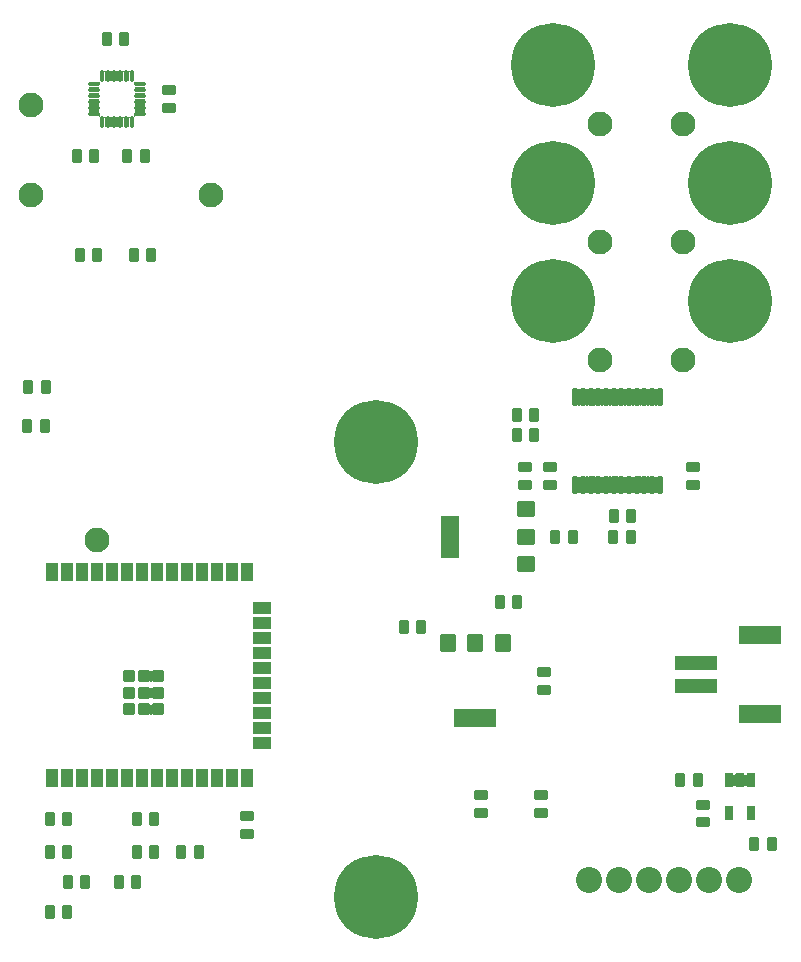
<source format=gbr>
G04 #@! TF.GenerationSoftware,KiCad,Pcbnew,(6.0.9-0)*
G04 #@! TF.CreationDate,2024-06-23T22:48:43+01:00*
G04 #@! TF.ProjectId,BalanceBoard,42616c61-6e63-4654-926f-6172642e6b69,rev?*
G04 #@! TF.SameCoordinates,Original*
G04 #@! TF.FileFunction,Soldermask,Top*
G04 #@! TF.FilePolarity,Negative*
%FSLAX46Y46*%
G04 Gerber Fmt 4.6, Leading zero omitted, Abs format (unit mm)*
G04 Created by KiCad (PCBNEW (6.0.9-0)) date 2024-06-23 22:48:43*
%MOMM*%
%LPD*%
G01*
G04 APERTURE LIST*
G04 Aperture macros list*
%AMRoundRect*
0 Rectangle with rounded corners*
0 $1 Rounding radius*
0 $2 $3 $4 $5 $6 $7 $8 $9 X,Y pos of 4 corners*
0 Add a 4 corners polygon primitive as box body*
4,1,4,$2,$3,$4,$5,$6,$7,$8,$9,$2,$3,0*
0 Add four circle primitives for the rounded corners*
1,1,$1+$1,$2,$3*
1,1,$1+$1,$4,$5*
1,1,$1+$1,$6,$7*
1,1,$1+$1,$8,$9*
0 Add four rect primitives between the rounded corners*
20,1,$1+$1,$2,$3,$4,$5,0*
20,1,$1+$1,$4,$5,$6,$7,0*
20,1,$1+$1,$6,$7,$8,$9,0*
20,1,$1+$1,$8,$9,$2,$3,0*%
G04 Aperture macros list end*
%ADD10C,7.102000*%
%ADD11RoundRect,0.051000X0.350000X0.500000X-0.350000X0.500000X-0.350000X-0.500000X0.350000X-0.500000X0*%
%ADD12C,2.102000*%
%ADD13RoundRect,0.051000X-0.200000X0.700000X-0.200000X-0.700000X0.200000X-0.700000X0.200000X0.700000X0*%
%ADD14RoundRect,0.051000X0.500000X-0.350000X0.500000X0.350000X-0.500000X0.350000X-0.500000X-0.350000X0*%
%ADD15RoundRect,0.051000X-0.500000X0.350000X-0.500000X-0.350000X0.500000X-0.350000X0.500000X0.350000X0*%
%ADD16RoundRect,0.051000X0.450000X-0.750000X0.450000X0.750000X-0.450000X0.750000X-0.450000X-0.750000X0*%
%ADD17RoundRect,0.051000X0.750000X0.450000X-0.750000X0.450000X-0.750000X-0.450000X0.750000X-0.450000X0*%
%ADD18RoundRect,0.051000X-0.450000X0.750000X-0.450000X-0.750000X0.450000X-0.750000X0.450000X0.750000X0*%
%ADD19RoundRect,0.051000X0.450000X0.450000X-0.450000X0.450000X-0.450000X-0.450000X0.450000X-0.450000X0*%
%ADD20RoundRect,0.051000X-0.300000X-0.550000X0.300000X-0.550000X0.300000X0.550000X-0.300000X0.550000X0*%
%ADD21RoundRect,0.051000X0.600000X0.700000X-0.600000X0.700000X-0.600000X-0.700000X0.600000X-0.700000X0*%
%ADD22RoundRect,0.051000X1.750000X0.700000X-1.750000X0.700000X-1.750000X-0.700000X1.750000X-0.700000X0*%
%ADD23RoundRect,0.051000X-1.750000X0.500000X-1.750000X-0.500000X1.750000X-0.500000X1.750000X0.500000X0*%
%ADD24RoundRect,0.051000X-1.750000X0.700000X-1.750000X-0.700000X1.750000X-0.700000X1.750000X0.700000X0*%
%ADD25RoundRect,0.051000X-0.350000X-0.500000X0.350000X-0.500000X0.350000X0.500000X-0.350000X0.500000X0*%
%ADD26RoundRect,0.126000X-0.350000X-0.075000X0.350000X-0.075000X0.350000X0.075000X-0.350000X0.075000X0*%
%ADD27RoundRect,0.126000X0.075000X-0.350000X0.075000X0.350000X-0.075000X0.350000X-0.075000X-0.350000X0*%
%ADD28RoundRect,0.051000X0.700000X-0.600000X0.700000X0.600000X-0.700000X0.600000X-0.700000X-0.600000X0*%
%ADD29RoundRect,0.051000X0.700000X-1.750000X0.700000X1.750000X-0.700000X1.750000X-0.700000X-1.750000X0*%
%ADD30C,2.202000*%
G04 APERTURE END LIST*
D10*
X85090000Y-86976000D03*
X85090000Y-125476000D03*
D11*
X112318800Y-115570000D03*
X110818800Y-115570000D03*
D12*
X55880000Y-58420000D03*
D11*
X88900000Y-102616000D03*
X87400000Y-102616000D03*
X101701600Y-94945200D03*
X100201600Y-94945200D03*
D13*
X109060123Y-83168000D03*
X108410123Y-83168000D03*
X107760123Y-83168000D03*
X107110123Y-83168000D03*
X106460123Y-83168000D03*
X105810123Y-83168000D03*
X105160123Y-83168000D03*
X104510123Y-83168000D03*
X103860123Y-83168000D03*
X103210123Y-83168000D03*
X102560123Y-83168000D03*
X101910123Y-83168000D03*
X101910123Y-90568000D03*
X102560123Y-90568000D03*
X103210123Y-90568000D03*
X103860123Y-90568000D03*
X104510123Y-90568000D03*
X105160123Y-90568000D03*
X105810123Y-90568000D03*
X106460123Y-90568000D03*
X107110123Y-90568000D03*
X107760123Y-90568000D03*
X108410123Y-90568000D03*
X109060123Y-90568000D03*
D11*
X57099200Y-82296000D03*
X55599200Y-82296000D03*
X61214000Y-62738000D03*
X59714000Y-62738000D03*
D10*
X115000000Y-65000000D03*
D14*
X97688400Y-90576400D03*
X97688400Y-89076400D03*
D12*
X61468000Y-95250000D03*
X104000000Y-60000000D03*
X55880000Y-66040000D03*
D11*
X106680000Y-93218000D03*
X105180000Y-93218000D03*
X58928000Y-118872000D03*
X57428000Y-118872000D03*
X97028000Y-100482400D03*
X95528000Y-100482400D03*
D15*
X99060000Y-116840000D03*
X99060000Y-118340000D03*
D14*
X111912400Y-90576400D03*
X111912400Y-89076400D03*
D12*
X111000000Y-60000000D03*
D11*
X58928000Y-121666000D03*
X57428000Y-121666000D03*
D12*
X111000000Y-70000000D03*
D16*
X57658000Y-115430000D03*
X58928000Y-115430000D03*
X60198000Y-115430000D03*
X61468000Y-115430000D03*
X62738000Y-115430000D03*
X64008000Y-115430000D03*
X65278000Y-115430000D03*
X66548000Y-115430000D03*
X67818000Y-115430000D03*
X69088000Y-115430000D03*
X70358000Y-115430000D03*
X71628000Y-115430000D03*
X72898000Y-115430000D03*
X74168000Y-115430000D03*
D17*
X75418000Y-112390000D03*
X75418000Y-111120000D03*
X75418000Y-109850000D03*
X75418000Y-108580000D03*
X75418000Y-107310000D03*
X75418000Y-106040000D03*
X75418000Y-104770000D03*
X75418000Y-103500000D03*
X75418000Y-102230000D03*
X75418000Y-100960000D03*
D18*
X74168000Y-97930000D03*
X72898000Y-97930000D03*
X71628000Y-97930000D03*
X70358000Y-97930000D03*
X69088000Y-97930000D03*
X67818000Y-97930000D03*
X66548000Y-97930000D03*
X65278000Y-97930000D03*
X64008000Y-97930000D03*
X62738000Y-97930000D03*
X61468000Y-97930000D03*
X60198000Y-97930000D03*
X58928000Y-97930000D03*
X57658000Y-97930000D03*
D19*
X66583000Y-108180000D03*
X64108000Y-106780000D03*
X64108000Y-109580000D03*
X65378000Y-108180000D03*
X65378000Y-106780000D03*
X66583000Y-106780000D03*
X65378000Y-109580000D03*
X64108000Y-108180000D03*
X66583000Y-109580000D03*
D14*
X99771200Y-90576400D03*
X99771200Y-89076400D03*
D12*
X71120000Y-66040000D03*
D11*
X63754000Y-52832000D03*
X62254000Y-52832000D03*
X66294000Y-121666000D03*
X64794000Y-121666000D03*
D14*
X112776000Y-119152800D03*
X112776000Y-117652800D03*
D11*
X118567200Y-120954800D03*
X117067200Y-120954800D03*
D15*
X93980000Y-116840000D03*
X93980000Y-118340000D03*
D11*
X98450400Y-84632800D03*
X96950400Y-84632800D03*
D20*
X116809600Y-115570000D03*
X115859600Y-115570000D03*
X114909600Y-115570000D03*
X114909600Y-118370000D03*
X116809600Y-118370000D03*
D12*
X104000000Y-70000000D03*
D10*
X115000000Y-55000000D03*
D11*
X70080000Y-121666000D03*
X68580000Y-121666000D03*
D21*
X95772000Y-103937600D03*
X93472000Y-103937600D03*
X91172000Y-103937600D03*
D22*
X93472000Y-110337600D03*
D11*
X58928000Y-126746000D03*
X57428000Y-126746000D03*
D23*
X112102000Y-107632000D03*
X112102000Y-105632000D03*
D24*
X117602000Y-103282000D03*
X117602000Y-109982000D03*
D25*
X59968000Y-71120000D03*
X61468000Y-71120000D03*
D15*
X74168000Y-118618000D03*
X74168000Y-120118000D03*
D11*
X98450400Y-86309200D03*
X96950400Y-86309200D03*
D25*
X63270000Y-124206000D03*
X64770000Y-124206000D03*
D11*
X66294000Y-118872000D03*
X64794000Y-118872000D03*
D12*
X104000000Y-80000000D03*
D11*
X106656000Y-94996000D03*
X105156000Y-94996000D03*
D26*
X61169000Y-56662000D03*
X61169000Y-57162000D03*
X61169000Y-57662000D03*
X61169000Y-58162000D03*
X61169000Y-58662000D03*
X61169000Y-59162000D03*
D27*
X61869000Y-59862000D03*
X62369000Y-59862000D03*
X62869000Y-59862000D03*
X63369000Y-59862000D03*
X63869000Y-59862000D03*
X64369000Y-59862000D03*
D26*
X65069000Y-59162000D03*
X65069000Y-58662000D03*
X65069000Y-58162000D03*
X65069000Y-57662000D03*
X65069000Y-57162000D03*
X65069000Y-56662000D03*
D27*
X64369000Y-55962000D03*
X63869000Y-55962000D03*
X63369000Y-55962000D03*
X62869000Y-55962000D03*
X62369000Y-55962000D03*
X61869000Y-55962000D03*
D10*
X100000000Y-75000000D03*
D14*
X67564000Y-58674000D03*
X67564000Y-57174000D03*
D11*
X60440000Y-124206000D03*
X58940000Y-124206000D03*
D12*
X111000000Y-80000000D03*
D25*
X64540000Y-71120000D03*
X66040000Y-71120000D03*
D10*
X115000000Y-75000000D03*
D28*
X97738800Y-97245200D03*
X97738800Y-94945200D03*
X97738800Y-92645200D03*
D29*
X91338800Y-94945200D03*
D25*
X64008000Y-62763400D03*
X65508000Y-62763400D03*
D10*
X100000000Y-55000000D03*
D30*
X103124000Y-124002800D03*
X105664000Y-124002800D03*
X108204000Y-124002800D03*
X110744000Y-124002800D03*
X113284000Y-124002800D03*
X115824000Y-124002800D03*
D15*
X99263200Y-106426000D03*
X99263200Y-107926000D03*
D10*
X100000000Y-65000000D03*
D25*
X55524400Y-85547200D03*
X57024400Y-85547200D03*
G36*
X115509919Y-115030806D02*
G01*
X115510600Y-115032310D01*
X115510600Y-116107682D01*
X115509600Y-116109414D01*
X115507600Y-116109414D01*
X115506638Y-116108072D01*
X115505293Y-116101307D01*
X115473054Y-116039674D01*
X115412870Y-116005400D01*
X115343713Y-116009106D01*
X115287488Y-116049647D01*
X115263921Y-116101250D01*
X115262562Y-116108080D01*
X115261243Y-116109584D01*
X115259281Y-116109194D01*
X115258600Y-116107690D01*
X115258600Y-115032318D01*
X115259600Y-115030586D01*
X115261600Y-115030586D01*
X115262562Y-115031928D01*
X115263907Y-115038693D01*
X115296146Y-115100326D01*
X115356330Y-115134600D01*
X115425487Y-115130894D01*
X115481712Y-115090353D01*
X115505279Y-115038750D01*
X115506638Y-115031920D01*
X115507957Y-115030416D01*
X115509919Y-115030806D01*
G37*
G36*
X116459919Y-115030806D02*
G01*
X116460600Y-115032310D01*
X116460600Y-116107682D01*
X116459600Y-116109414D01*
X116457600Y-116109414D01*
X116456638Y-116108072D01*
X116455293Y-116101307D01*
X116423054Y-116039674D01*
X116362870Y-116005400D01*
X116293713Y-116009106D01*
X116237488Y-116049647D01*
X116213921Y-116101250D01*
X116212562Y-116108080D01*
X116211243Y-116109584D01*
X116209281Y-116109194D01*
X116208600Y-116107690D01*
X116208600Y-115032318D01*
X116209600Y-115030586D01*
X116211600Y-115030586D01*
X116212562Y-115031928D01*
X116213907Y-115038693D01*
X116246146Y-115100326D01*
X116306330Y-115134600D01*
X116375487Y-115130894D01*
X116431712Y-115090353D01*
X116455279Y-115038750D01*
X116456638Y-115031920D01*
X116457957Y-115030416D01*
X116459919Y-115030806D01*
G37*
G36*
X66086452Y-109115754D02*
G01*
X66086620Y-109117028D01*
X66084000Y-109130199D01*
X66084000Y-110029801D01*
X66086620Y-110042972D01*
X66085977Y-110044866D01*
X66084015Y-110045256D01*
X66082995Y-110044474D01*
X66082929Y-110044375D01*
X66029554Y-109999770D01*
X65960838Y-109991139D01*
X65898208Y-110021104D01*
X65878165Y-110044235D01*
X65878005Y-110044474D01*
X65876211Y-110045358D01*
X65874548Y-110044246D01*
X65874380Y-110042972D01*
X65877000Y-110029801D01*
X65877000Y-109130199D01*
X65874380Y-109117028D01*
X65875023Y-109115134D01*
X65876985Y-109114744D01*
X65878005Y-109115526D01*
X65878071Y-109115625D01*
X65931446Y-109160230D01*
X66000162Y-109168861D01*
X66062792Y-109138896D01*
X66082835Y-109115765D01*
X66082995Y-109115526D01*
X66084789Y-109114642D01*
X66086452Y-109115754D01*
G37*
G36*
X66086452Y-107715754D02*
G01*
X66086620Y-107717028D01*
X66084000Y-107730199D01*
X66084000Y-108629801D01*
X66086620Y-108642972D01*
X66085977Y-108644866D01*
X66084015Y-108645256D01*
X66082995Y-108644474D01*
X66082929Y-108644375D01*
X66029554Y-108599770D01*
X65960838Y-108591139D01*
X65898208Y-108621104D01*
X65878165Y-108644235D01*
X65878005Y-108644474D01*
X65876211Y-108645358D01*
X65874548Y-108644246D01*
X65874380Y-108642972D01*
X65877000Y-108629801D01*
X65877000Y-107730199D01*
X65874380Y-107717028D01*
X65875023Y-107715134D01*
X65876985Y-107714744D01*
X65878005Y-107715526D01*
X65878071Y-107715625D01*
X65931446Y-107760230D01*
X66000162Y-107768861D01*
X66062792Y-107738896D01*
X66082835Y-107715765D01*
X66082995Y-107715526D01*
X66084789Y-107714642D01*
X66086452Y-107715754D01*
G37*
G36*
X66086452Y-106315754D02*
G01*
X66086620Y-106317028D01*
X66084000Y-106330199D01*
X66084000Y-107229801D01*
X66086620Y-107242972D01*
X66085977Y-107244866D01*
X66084015Y-107245256D01*
X66082995Y-107244474D01*
X66082929Y-107244375D01*
X66029554Y-107199770D01*
X65960838Y-107191139D01*
X65898208Y-107221104D01*
X65878165Y-107244235D01*
X65878005Y-107244474D01*
X65876211Y-107245358D01*
X65874548Y-107244246D01*
X65874380Y-107242972D01*
X65877000Y-107229801D01*
X65877000Y-106330199D01*
X65874380Y-106317028D01*
X65875023Y-106315134D01*
X65876985Y-106314744D01*
X65878005Y-106315526D01*
X65878071Y-106315625D01*
X65931446Y-106360230D01*
X66000162Y-106368861D01*
X66062792Y-106338896D01*
X66082835Y-106315765D01*
X66082995Y-106315526D01*
X66084789Y-106314642D01*
X66086452Y-106315754D01*
G37*
G36*
X108650783Y-89835493D02*
G01*
X108664575Y-89844709D01*
X108665738Y-89842969D01*
X108667532Y-89842084D01*
X108668683Y-89842545D01*
X108686075Y-89857078D01*
X108754793Y-89865704D01*
X108802411Y-89842918D01*
X108804405Y-89843072D01*
X108804937Y-89843611D01*
X108805671Y-89844709D01*
X108819463Y-89835493D01*
X108821459Y-89835362D01*
X108822570Y-89837025D01*
X108822237Y-89838267D01*
X108814890Y-89849262D01*
X108811123Y-89868199D01*
X108811123Y-91267801D01*
X108814890Y-91286738D01*
X108822237Y-91297733D01*
X108822368Y-91299729D01*
X108820705Y-91300840D01*
X108819463Y-91300507D01*
X108805671Y-91291291D01*
X108804508Y-91293031D01*
X108802714Y-91293916D01*
X108801563Y-91293455D01*
X108784171Y-91278922D01*
X108715453Y-91270296D01*
X108667835Y-91293082D01*
X108665841Y-91292928D01*
X108665309Y-91292389D01*
X108664575Y-91291291D01*
X108650783Y-91300507D01*
X108648787Y-91300638D01*
X108647676Y-91298975D01*
X108648009Y-91297733D01*
X108655356Y-91286738D01*
X108659123Y-91267801D01*
X108659123Y-89868199D01*
X108655356Y-89849262D01*
X108648009Y-89838267D01*
X108647878Y-89836271D01*
X108649541Y-89835160D01*
X108650783Y-89835493D01*
G37*
G36*
X108000783Y-89835493D02*
G01*
X108014575Y-89844709D01*
X108015738Y-89842969D01*
X108017532Y-89842084D01*
X108018683Y-89842545D01*
X108036075Y-89857078D01*
X108104793Y-89865704D01*
X108152411Y-89842918D01*
X108154405Y-89843072D01*
X108154937Y-89843611D01*
X108155671Y-89844709D01*
X108169463Y-89835493D01*
X108171459Y-89835362D01*
X108172570Y-89837025D01*
X108172237Y-89838267D01*
X108164890Y-89849262D01*
X108161123Y-89868199D01*
X108161123Y-91267801D01*
X108164890Y-91286738D01*
X108172237Y-91297733D01*
X108172368Y-91299729D01*
X108170705Y-91300840D01*
X108169463Y-91300507D01*
X108155671Y-91291291D01*
X108154508Y-91293031D01*
X108152714Y-91293916D01*
X108151563Y-91293455D01*
X108134171Y-91278922D01*
X108065453Y-91270296D01*
X108017835Y-91293082D01*
X108015841Y-91292928D01*
X108015309Y-91292389D01*
X108014575Y-91291291D01*
X108000783Y-91300507D01*
X107998787Y-91300638D01*
X107997676Y-91298975D01*
X107998009Y-91297733D01*
X108005356Y-91286738D01*
X108009123Y-91267801D01*
X108009123Y-89868199D01*
X108005356Y-89849262D01*
X107998009Y-89838267D01*
X107997878Y-89836271D01*
X107999541Y-89835160D01*
X108000783Y-89835493D01*
G37*
G36*
X102800783Y-89835493D02*
G01*
X102814575Y-89844709D01*
X102815738Y-89842969D01*
X102817532Y-89842084D01*
X102818683Y-89842545D01*
X102836075Y-89857078D01*
X102904793Y-89865704D01*
X102952411Y-89842918D01*
X102954405Y-89843072D01*
X102954937Y-89843611D01*
X102955671Y-89844709D01*
X102969463Y-89835493D01*
X102971459Y-89835362D01*
X102972570Y-89837025D01*
X102972237Y-89838267D01*
X102964890Y-89849262D01*
X102961123Y-89868199D01*
X102961123Y-91267801D01*
X102964890Y-91286738D01*
X102972237Y-91297733D01*
X102972368Y-91299729D01*
X102970705Y-91300840D01*
X102969463Y-91300507D01*
X102955671Y-91291291D01*
X102954508Y-91293031D01*
X102952714Y-91293916D01*
X102951563Y-91293455D01*
X102934171Y-91278922D01*
X102865453Y-91270296D01*
X102817835Y-91293082D01*
X102815841Y-91292928D01*
X102815309Y-91292389D01*
X102814575Y-91291291D01*
X102800783Y-91300507D01*
X102798787Y-91300638D01*
X102797676Y-91298975D01*
X102798009Y-91297733D01*
X102805356Y-91286738D01*
X102809123Y-91267801D01*
X102809123Y-89868199D01*
X102805356Y-89849262D01*
X102798009Y-89838267D01*
X102797878Y-89836271D01*
X102799541Y-89835160D01*
X102800783Y-89835493D01*
G37*
G36*
X103450783Y-89835493D02*
G01*
X103464575Y-89844709D01*
X103465738Y-89842969D01*
X103467532Y-89842084D01*
X103468683Y-89842545D01*
X103486075Y-89857078D01*
X103554793Y-89865704D01*
X103602411Y-89842918D01*
X103604405Y-89843072D01*
X103604937Y-89843611D01*
X103605671Y-89844709D01*
X103619463Y-89835493D01*
X103621459Y-89835362D01*
X103622570Y-89837025D01*
X103622237Y-89838267D01*
X103614890Y-89849262D01*
X103611123Y-89868199D01*
X103611123Y-91267801D01*
X103614890Y-91286738D01*
X103622237Y-91297733D01*
X103622368Y-91299729D01*
X103620705Y-91300840D01*
X103619463Y-91300507D01*
X103605671Y-91291291D01*
X103604508Y-91293031D01*
X103602714Y-91293916D01*
X103601563Y-91293455D01*
X103584171Y-91278922D01*
X103515453Y-91270296D01*
X103467835Y-91293082D01*
X103465841Y-91292928D01*
X103465309Y-91292389D01*
X103464575Y-91291291D01*
X103450783Y-91300507D01*
X103448787Y-91300638D01*
X103447676Y-91298975D01*
X103448009Y-91297733D01*
X103455356Y-91286738D01*
X103459123Y-91267801D01*
X103459123Y-89868199D01*
X103455356Y-89849262D01*
X103448009Y-89838267D01*
X103447878Y-89836271D01*
X103449541Y-89835160D01*
X103450783Y-89835493D01*
G37*
G36*
X104100783Y-89835493D02*
G01*
X104114575Y-89844709D01*
X104115738Y-89842969D01*
X104117532Y-89842084D01*
X104118683Y-89842545D01*
X104136075Y-89857078D01*
X104204793Y-89865704D01*
X104252411Y-89842918D01*
X104254405Y-89843072D01*
X104254937Y-89843611D01*
X104255671Y-89844709D01*
X104269463Y-89835493D01*
X104271459Y-89835362D01*
X104272570Y-89837025D01*
X104272237Y-89838267D01*
X104264890Y-89849262D01*
X104261123Y-89868199D01*
X104261123Y-91267801D01*
X104264890Y-91286738D01*
X104272237Y-91297733D01*
X104272368Y-91299729D01*
X104270705Y-91300840D01*
X104269463Y-91300507D01*
X104255671Y-91291291D01*
X104254508Y-91293031D01*
X104252714Y-91293916D01*
X104251563Y-91293455D01*
X104234171Y-91278922D01*
X104165453Y-91270296D01*
X104117835Y-91293082D01*
X104115841Y-91292928D01*
X104115309Y-91292389D01*
X104114575Y-91291291D01*
X104100783Y-91300507D01*
X104098787Y-91300638D01*
X104097676Y-91298975D01*
X104098009Y-91297733D01*
X104105356Y-91286738D01*
X104109123Y-91267801D01*
X104109123Y-89868199D01*
X104105356Y-89849262D01*
X104098009Y-89838267D01*
X104097878Y-89836271D01*
X104099541Y-89835160D01*
X104100783Y-89835493D01*
G37*
G36*
X104750783Y-89835493D02*
G01*
X104764575Y-89844709D01*
X104765738Y-89842969D01*
X104767532Y-89842084D01*
X104768683Y-89842545D01*
X104786075Y-89857078D01*
X104854793Y-89865704D01*
X104902411Y-89842918D01*
X104904405Y-89843072D01*
X104904937Y-89843611D01*
X104905671Y-89844709D01*
X104919463Y-89835493D01*
X104921459Y-89835362D01*
X104922570Y-89837025D01*
X104922237Y-89838267D01*
X104914890Y-89849262D01*
X104911123Y-89868199D01*
X104911123Y-91267801D01*
X104914890Y-91286738D01*
X104922237Y-91297733D01*
X104922368Y-91299729D01*
X104920705Y-91300840D01*
X104919463Y-91300507D01*
X104905671Y-91291291D01*
X104904508Y-91293031D01*
X104902714Y-91293916D01*
X104901563Y-91293455D01*
X104884171Y-91278922D01*
X104815453Y-91270296D01*
X104767835Y-91293082D01*
X104765841Y-91292928D01*
X104765309Y-91292389D01*
X104764575Y-91291291D01*
X104750783Y-91300507D01*
X104748787Y-91300638D01*
X104747676Y-91298975D01*
X104748009Y-91297733D01*
X104755356Y-91286738D01*
X104759123Y-91267801D01*
X104759123Y-89868199D01*
X104755356Y-89849262D01*
X104748009Y-89838267D01*
X104747878Y-89836271D01*
X104749541Y-89835160D01*
X104750783Y-89835493D01*
G37*
G36*
X105400783Y-89835493D02*
G01*
X105414575Y-89844709D01*
X105415738Y-89842969D01*
X105417532Y-89842084D01*
X105418683Y-89842545D01*
X105436075Y-89857078D01*
X105504793Y-89865704D01*
X105552411Y-89842918D01*
X105554405Y-89843072D01*
X105554937Y-89843611D01*
X105555671Y-89844709D01*
X105569463Y-89835493D01*
X105571459Y-89835362D01*
X105572570Y-89837025D01*
X105572237Y-89838267D01*
X105564890Y-89849262D01*
X105561123Y-89868199D01*
X105561123Y-91267801D01*
X105564890Y-91286738D01*
X105572237Y-91297733D01*
X105572368Y-91299729D01*
X105570705Y-91300840D01*
X105569463Y-91300507D01*
X105555671Y-91291291D01*
X105554508Y-91293031D01*
X105552714Y-91293916D01*
X105551563Y-91293455D01*
X105534171Y-91278922D01*
X105465453Y-91270296D01*
X105417835Y-91293082D01*
X105415841Y-91292928D01*
X105415309Y-91292389D01*
X105414575Y-91291291D01*
X105400783Y-91300507D01*
X105398787Y-91300638D01*
X105397676Y-91298975D01*
X105398009Y-91297733D01*
X105405356Y-91286738D01*
X105409123Y-91267801D01*
X105409123Y-89868199D01*
X105405356Y-89849262D01*
X105398009Y-89838267D01*
X105397878Y-89836271D01*
X105399541Y-89835160D01*
X105400783Y-89835493D01*
G37*
G36*
X106050783Y-89835493D02*
G01*
X106064575Y-89844709D01*
X106065738Y-89842969D01*
X106067532Y-89842084D01*
X106068683Y-89842545D01*
X106086075Y-89857078D01*
X106154793Y-89865704D01*
X106202411Y-89842918D01*
X106204405Y-89843072D01*
X106204937Y-89843611D01*
X106205671Y-89844709D01*
X106219463Y-89835493D01*
X106221459Y-89835362D01*
X106222570Y-89837025D01*
X106222237Y-89838267D01*
X106214890Y-89849262D01*
X106211123Y-89868199D01*
X106211123Y-91267801D01*
X106214890Y-91286738D01*
X106222237Y-91297733D01*
X106222368Y-91299729D01*
X106220705Y-91300840D01*
X106219463Y-91300507D01*
X106205671Y-91291291D01*
X106204508Y-91293031D01*
X106202714Y-91293916D01*
X106201563Y-91293455D01*
X106184171Y-91278922D01*
X106115453Y-91270296D01*
X106067835Y-91293082D01*
X106065841Y-91292928D01*
X106065309Y-91292389D01*
X106064575Y-91291291D01*
X106050783Y-91300507D01*
X106048787Y-91300638D01*
X106047676Y-91298975D01*
X106048009Y-91297733D01*
X106055356Y-91286738D01*
X106059123Y-91267801D01*
X106059123Y-89868199D01*
X106055356Y-89849262D01*
X106048009Y-89838267D01*
X106047878Y-89836271D01*
X106049541Y-89835160D01*
X106050783Y-89835493D01*
G37*
G36*
X106700783Y-89835493D02*
G01*
X106714575Y-89844709D01*
X106715738Y-89842969D01*
X106717532Y-89842084D01*
X106718683Y-89842545D01*
X106736075Y-89857078D01*
X106804793Y-89865704D01*
X106852411Y-89842918D01*
X106854405Y-89843072D01*
X106854937Y-89843611D01*
X106855671Y-89844709D01*
X106869463Y-89835493D01*
X106871459Y-89835362D01*
X106872570Y-89837025D01*
X106872237Y-89838267D01*
X106864890Y-89849262D01*
X106861123Y-89868199D01*
X106861123Y-91267801D01*
X106864890Y-91286738D01*
X106872237Y-91297733D01*
X106872368Y-91299729D01*
X106870705Y-91300840D01*
X106869463Y-91300507D01*
X106855671Y-91291291D01*
X106854508Y-91293031D01*
X106852714Y-91293916D01*
X106851563Y-91293455D01*
X106834171Y-91278922D01*
X106765453Y-91270296D01*
X106717835Y-91293082D01*
X106715841Y-91292928D01*
X106715309Y-91292389D01*
X106714575Y-91291291D01*
X106700783Y-91300507D01*
X106698787Y-91300638D01*
X106697676Y-91298975D01*
X106698009Y-91297733D01*
X106705356Y-91286738D01*
X106709123Y-91267801D01*
X106709123Y-89868199D01*
X106705356Y-89849262D01*
X106698009Y-89838267D01*
X106697878Y-89836271D01*
X106699541Y-89835160D01*
X106700783Y-89835493D01*
G37*
G36*
X107350783Y-89835493D02*
G01*
X107364575Y-89844709D01*
X107365738Y-89842969D01*
X107367532Y-89842084D01*
X107368683Y-89842545D01*
X107386075Y-89857078D01*
X107454793Y-89865704D01*
X107502411Y-89842918D01*
X107504405Y-89843072D01*
X107504937Y-89843611D01*
X107505671Y-89844709D01*
X107519463Y-89835493D01*
X107521459Y-89835362D01*
X107522570Y-89837025D01*
X107522237Y-89838267D01*
X107514890Y-89849262D01*
X107511123Y-89868199D01*
X107511123Y-91267801D01*
X107514890Y-91286738D01*
X107522237Y-91297733D01*
X107522368Y-91299729D01*
X107520705Y-91300840D01*
X107519463Y-91300507D01*
X107505671Y-91291291D01*
X107504508Y-91293031D01*
X107502714Y-91293916D01*
X107501563Y-91293455D01*
X107484171Y-91278922D01*
X107415453Y-91270296D01*
X107367835Y-91293082D01*
X107365841Y-91292928D01*
X107365309Y-91292389D01*
X107364575Y-91291291D01*
X107350783Y-91300507D01*
X107348787Y-91300638D01*
X107347676Y-91298975D01*
X107348009Y-91297733D01*
X107355356Y-91286738D01*
X107359123Y-91267801D01*
X107359123Y-89868199D01*
X107355356Y-89849262D01*
X107348009Y-89838267D01*
X107347878Y-89836271D01*
X107349541Y-89835160D01*
X107350783Y-89835493D01*
G37*
G36*
X102150783Y-89835493D02*
G01*
X102164575Y-89844709D01*
X102165738Y-89842969D01*
X102167532Y-89842084D01*
X102168683Y-89842545D01*
X102186075Y-89857078D01*
X102254793Y-89865704D01*
X102302411Y-89842918D01*
X102304405Y-89843072D01*
X102304937Y-89843611D01*
X102305671Y-89844709D01*
X102319463Y-89835493D01*
X102321459Y-89835362D01*
X102322570Y-89837025D01*
X102322237Y-89838267D01*
X102314890Y-89849262D01*
X102311123Y-89868199D01*
X102311123Y-91267801D01*
X102314890Y-91286738D01*
X102322237Y-91297733D01*
X102322368Y-91299729D01*
X102320705Y-91300840D01*
X102319463Y-91300507D01*
X102305671Y-91291291D01*
X102304508Y-91293031D01*
X102302714Y-91293916D01*
X102301563Y-91293455D01*
X102284171Y-91278922D01*
X102215453Y-91270296D01*
X102167835Y-91293082D01*
X102165841Y-91292928D01*
X102165309Y-91292389D01*
X102164575Y-91291291D01*
X102150783Y-91300507D01*
X102148787Y-91300638D01*
X102147676Y-91298975D01*
X102148009Y-91297733D01*
X102155356Y-91286738D01*
X102159123Y-91267801D01*
X102159123Y-89868199D01*
X102155356Y-89849262D01*
X102148009Y-89838267D01*
X102147878Y-89836271D01*
X102149541Y-89835160D01*
X102150783Y-89835493D01*
G37*
G36*
X104750783Y-82435493D02*
G01*
X104764575Y-82444709D01*
X104765738Y-82442969D01*
X104767532Y-82442084D01*
X104768683Y-82442545D01*
X104786075Y-82457078D01*
X104854793Y-82465704D01*
X104902411Y-82442918D01*
X104904405Y-82443072D01*
X104904937Y-82443611D01*
X104905671Y-82444709D01*
X104919463Y-82435493D01*
X104921459Y-82435362D01*
X104922570Y-82437025D01*
X104922237Y-82438267D01*
X104914890Y-82449262D01*
X104911123Y-82468199D01*
X104911123Y-83867801D01*
X104914890Y-83886738D01*
X104922237Y-83897733D01*
X104922368Y-83899729D01*
X104920705Y-83900840D01*
X104919463Y-83900507D01*
X104905671Y-83891291D01*
X104904508Y-83893031D01*
X104902714Y-83893916D01*
X104901563Y-83893455D01*
X104884171Y-83878922D01*
X104815453Y-83870296D01*
X104767835Y-83893082D01*
X104765841Y-83892928D01*
X104765309Y-83892389D01*
X104764575Y-83891291D01*
X104750783Y-83900507D01*
X104748787Y-83900638D01*
X104747676Y-83898975D01*
X104748009Y-83897733D01*
X104755356Y-83886738D01*
X104759123Y-83867801D01*
X104759123Y-82468199D01*
X104755356Y-82449262D01*
X104748009Y-82438267D01*
X104747878Y-82436271D01*
X104749541Y-82435160D01*
X104750783Y-82435493D01*
G37*
G36*
X108650783Y-82435493D02*
G01*
X108664575Y-82444709D01*
X108665738Y-82442969D01*
X108667532Y-82442084D01*
X108668683Y-82442545D01*
X108686075Y-82457078D01*
X108754793Y-82465704D01*
X108802411Y-82442918D01*
X108804405Y-82443072D01*
X108804937Y-82443611D01*
X108805671Y-82444709D01*
X108819463Y-82435493D01*
X108821459Y-82435362D01*
X108822570Y-82437025D01*
X108822237Y-82438267D01*
X108814890Y-82449262D01*
X108811123Y-82468199D01*
X108811123Y-83867801D01*
X108814890Y-83886738D01*
X108822237Y-83897733D01*
X108822368Y-83899729D01*
X108820705Y-83900840D01*
X108819463Y-83900507D01*
X108805671Y-83891291D01*
X108804508Y-83893031D01*
X108802714Y-83893916D01*
X108801563Y-83893455D01*
X108784171Y-83878922D01*
X108715453Y-83870296D01*
X108667835Y-83893082D01*
X108665841Y-83892928D01*
X108665309Y-83892389D01*
X108664575Y-83891291D01*
X108650783Y-83900507D01*
X108648787Y-83900638D01*
X108647676Y-83898975D01*
X108648009Y-83897733D01*
X108655356Y-83886738D01*
X108659123Y-83867801D01*
X108659123Y-82468199D01*
X108655356Y-82449262D01*
X108648009Y-82438267D01*
X108647878Y-82436271D01*
X108649541Y-82435160D01*
X108650783Y-82435493D01*
G37*
G36*
X103450783Y-82435493D02*
G01*
X103464575Y-82444709D01*
X103465738Y-82442969D01*
X103467532Y-82442084D01*
X103468683Y-82442545D01*
X103486075Y-82457078D01*
X103554793Y-82465704D01*
X103602411Y-82442918D01*
X103604405Y-82443072D01*
X103604937Y-82443611D01*
X103605671Y-82444709D01*
X103619463Y-82435493D01*
X103621459Y-82435362D01*
X103622570Y-82437025D01*
X103622237Y-82438267D01*
X103614890Y-82449262D01*
X103611123Y-82468199D01*
X103611123Y-83867801D01*
X103614890Y-83886738D01*
X103622237Y-83897733D01*
X103622368Y-83899729D01*
X103620705Y-83900840D01*
X103619463Y-83900507D01*
X103605671Y-83891291D01*
X103604508Y-83893031D01*
X103602714Y-83893916D01*
X103601563Y-83893455D01*
X103584171Y-83878922D01*
X103515453Y-83870296D01*
X103467835Y-83893082D01*
X103465841Y-83892928D01*
X103465309Y-83892389D01*
X103464575Y-83891291D01*
X103450783Y-83900507D01*
X103448787Y-83900638D01*
X103447676Y-83898975D01*
X103448009Y-83897733D01*
X103455356Y-83886738D01*
X103459123Y-83867801D01*
X103459123Y-82468199D01*
X103455356Y-82449262D01*
X103448009Y-82438267D01*
X103447878Y-82436271D01*
X103449541Y-82435160D01*
X103450783Y-82435493D01*
G37*
G36*
X104100783Y-82435493D02*
G01*
X104114575Y-82444709D01*
X104115738Y-82442969D01*
X104117532Y-82442084D01*
X104118683Y-82442545D01*
X104136075Y-82457078D01*
X104204793Y-82465704D01*
X104252411Y-82442918D01*
X104254405Y-82443072D01*
X104254937Y-82443611D01*
X104255671Y-82444709D01*
X104269463Y-82435493D01*
X104271459Y-82435362D01*
X104272570Y-82437025D01*
X104272237Y-82438267D01*
X104264890Y-82449262D01*
X104261123Y-82468199D01*
X104261123Y-83867801D01*
X104264890Y-83886738D01*
X104272237Y-83897733D01*
X104272368Y-83899729D01*
X104270705Y-83900840D01*
X104269463Y-83900507D01*
X104255671Y-83891291D01*
X104254508Y-83893031D01*
X104252714Y-83893916D01*
X104251563Y-83893455D01*
X104234171Y-83878922D01*
X104165453Y-83870296D01*
X104117835Y-83893082D01*
X104115841Y-83892928D01*
X104115309Y-83892389D01*
X104114575Y-83891291D01*
X104100783Y-83900507D01*
X104098787Y-83900638D01*
X104097676Y-83898975D01*
X104098009Y-83897733D01*
X104105356Y-83886738D01*
X104109123Y-83867801D01*
X104109123Y-82468199D01*
X104105356Y-82449262D01*
X104098009Y-82438267D01*
X104097878Y-82436271D01*
X104099541Y-82435160D01*
X104100783Y-82435493D01*
G37*
G36*
X107350783Y-82435493D02*
G01*
X107364575Y-82444709D01*
X107365738Y-82442969D01*
X107367532Y-82442084D01*
X107368683Y-82442545D01*
X107386075Y-82457078D01*
X107454793Y-82465704D01*
X107502411Y-82442918D01*
X107504405Y-82443072D01*
X107504937Y-82443611D01*
X107505671Y-82444709D01*
X107519463Y-82435493D01*
X107521459Y-82435362D01*
X107522570Y-82437025D01*
X107522237Y-82438267D01*
X107514890Y-82449262D01*
X107511123Y-82468199D01*
X107511123Y-83867801D01*
X107514890Y-83886738D01*
X107522237Y-83897733D01*
X107522368Y-83899729D01*
X107520705Y-83900840D01*
X107519463Y-83900507D01*
X107505671Y-83891291D01*
X107504508Y-83893031D01*
X107502714Y-83893916D01*
X107501563Y-83893455D01*
X107484171Y-83878922D01*
X107415453Y-83870296D01*
X107367835Y-83893082D01*
X107365841Y-83892928D01*
X107365309Y-83892389D01*
X107364575Y-83891291D01*
X107350783Y-83900507D01*
X107348787Y-83900638D01*
X107347676Y-83898975D01*
X107348009Y-83897733D01*
X107355356Y-83886738D01*
X107359123Y-83867801D01*
X107359123Y-82468199D01*
X107355356Y-82449262D01*
X107348009Y-82438267D01*
X107347878Y-82436271D01*
X107349541Y-82435160D01*
X107350783Y-82435493D01*
G37*
G36*
X108000783Y-82435493D02*
G01*
X108014575Y-82444709D01*
X108015738Y-82442969D01*
X108017532Y-82442084D01*
X108018683Y-82442545D01*
X108036075Y-82457078D01*
X108104793Y-82465704D01*
X108152411Y-82442918D01*
X108154405Y-82443072D01*
X108154937Y-82443611D01*
X108155671Y-82444709D01*
X108169463Y-82435493D01*
X108171459Y-82435362D01*
X108172570Y-82437025D01*
X108172237Y-82438267D01*
X108164890Y-82449262D01*
X108161123Y-82468199D01*
X108161123Y-83867801D01*
X108164890Y-83886738D01*
X108172237Y-83897733D01*
X108172368Y-83899729D01*
X108170705Y-83900840D01*
X108169463Y-83900507D01*
X108155671Y-83891291D01*
X108154508Y-83893031D01*
X108152714Y-83893916D01*
X108151563Y-83893455D01*
X108134171Y-83878922D01*
X108065453Y-83870296D01*
X108017835Y-83893082D01*
X108015841Y-83892928D01*
X108015309Y-83892389D01*
X108014575Y-83891291D01*
X108000783Y-83900507D01*
X107998787Y-83900638D01*
X107997676Y-83898975D01*
X107998009Y-83897733D01*
X108005356Y-83886738D01*
X108009123Y-83867801D01*
X108009123Y-82468199D01*
X108005356Y-82449262D01*
X107998009Y-82438267D01*
X107997878Y-82436271D01*
X107999541Y-82435160D01*
X108000783Y-82435493D01*
G37*
G36*
X106050783Y-82435493D02*
G01*
X106064575Y-82444709D01*
X106065738Y-82442969D01*
X106067532Y-82442084D01*
X106068683Y-82442545D01*
X106086075Y-82457078D01*
X106154793Y-82465704D01*
X106202411Y-82442918D01*
X106204405Y-82443072D01*
X106204937Y-82443611D01*
X106205671Y-82444709D01*
X106219463Y-82435493D01*
X106221459Y-82435362D01*
X106222570Y-82437025D01*
X106222237Y-82438267D01*
X106214890Y-82449262D01*
X106211123Y-82468199D01*
X106211123Y-83867801D01*
X106214890Y-83886738D01*
X106222237Y-83897733D01*
X106222368Y-83899729D01*
X106220705Y-83900840D01*
X106219463Y-83900507D01*
X106205671Y-83891291D01*
X106204508Y-83893031D01*
X106202714Y-83893916D01*
X106201563Y-83893455D01*
X106184171Y-83878922D01*
X106115453Y-83870296D01*
X106067835Y-83893082D01*
X106065841Y-83892928D01*
X106065309Y-83892389D01*
X106064575Y-83891291D01*
X106050783Y-83900507D01*
X106048787Y-83900638D01*
X106047676Y-83898975D01*
X106048009Y-83897733D01*
X106055356Y-83886738D01*
X106059123Y-83867801D01*
X106059123Y-82468199D01*
X106055356Y-82449262D01*
X106048009Y-82438267D01*
X106047878Y-82436271D01*
X106049541Y-82435160D01*
X106050783Y-82435493D01*
G37*
G36*
X102800783Y-82435493D02*
G01*
X102814575Y-82444709D01*
X102815738Y-82442969D01*
X102817532Y-82442084D01*
X102818683Y-82442545D01*
X102836075Y-82457078D01*
X102904793Y-82465704D01*
X102952411Y-82442918D01*
X102954405Y-82443072D01*
X102954937Y-82443611D01*
X102955671Y-82444709D01*
X102969463Y-82435493D01*
X102971459Y-82435362D01*
X102972570Y-82437025D01*
X102972237Y-82438267D01*
X102964890Y-82449262D01*
X102961123Y-82468199D01*
X102961123Y-83867801D01*
X102964890Y-83886738D01*
X102972237Y-83897733D01*
X102972368Y-83899729D01*
X102970705Y-83900840D01*
X102969463Y-83900507D01*
X102955671Y-83891291D01*
X102954508Y-83893031D01*
X102952714Y-83893916D01*
X102951563Y-83893455D01*
X102934171Y-83878922D01*
X102865453Y-83870296D01*
X102817835Y-83893082D01*
X102815841Y-83892928D01*
X102815309Y-83892389D01*
X102814575Y-83891291D01*
X102800783Y-83900507D01*
X102798787Y-83900638D01*
X102797676Y-83898975D01*
X102798009Y-83897733D01*
X102805356Y-83886738D01*
X102809123Y-83867801D01*
X102809123Y-82468199D01*
X102805356Y-82449262D01*
X102798009Y-82438267D01*
X102797878Y-82436271D01*
X102799541Y-82435160D01*
X102800783Y-82435493D01*
G37*
G36*
X105400783Y-82435493D02*
G01*
X105414575Y-82444709D01*
X105415738Y-82442969D01*
X105417532Y-82442084D01*
X105418683Y-82442545D01*
X105436075Y-82457078D01*
X105504793Y-82465704D01*
X105552411Y-82442918D01*
X105554405Y-82443072D01*
X105554937Y-82443611D01*
X105555671Y-82444709D01*
X105569463Y-82435493D01*
X105571459Y-82435362D01*
X105572570Y-82437025D01*
X105572237Y-82438267D01*
X105564890Y-82449262D01*
X105561123Y-82468199D01*
X105561123Y-83867801D01*
X105564890Y-83886738D01*
X105572237Y-83897733D01*
X105572368Y-83899729D01*
X105570705Y-83900840D01*
X105569463Y-83900507D01*
X105555671Y-83891291D01*
X105554508Y-83893031D01*
X105552714Y-83893916D01*
X105551563Y-83893455D01*
X105534171Y-83878922D01*
X105465453Y-83870296D01*
X105417835Y-83893082D01*
X105415841Y-83892928D01*
X105415309Y-83892389D01*
X105414575Y-83891291D01*
X105400783Y-83900507D01*
X105398787Y-83900638D01*
X105397676Y-83898975D01*
X105398009Y-83897733D01*
X105405356Y-83886738D01*
X105409123Y-83867801D01*
X105409123Y-82468199D01*
X105405356Y-82449262D01*
X105398009Y-82438267D01*
X105397878Y-82436271D01*
X105399541Y-82435160D01*
X105400783Y-82435493D01*
G37*
G36*
X106700783Y-82435493D02*
G01*
X106714575Y-82444709D01*
X106715738Y-82442969D01*
X106717532Y-82442084D01*
X106718683Y-82442545D01*
X106736075Y-82457078D01*
X106804793Y-82465704D01*
X106852411Y-82442918D01*
X106854405Y-82443072D01*
X106854937Y-82443611D01*
X106855671Y-82444709D01*
X106869463Y-82435493D01*
X106871459Y-82435362D01*
X106872570Y-82437025D01*
X106872237Y-82438267D01*
X106864890Y-82449262D01*
X106861123Y-82468199D01*
X106861123Y-83867801D01*
X106864890Y-83886738D01*
X106872237Y-83897733D01*
X106872368Y-83899729D01*
X106870705Y-83900840D01*
X106869463Y-83900507D01*
X106855671Y-83891291D01*
X106854508Y-83893031D01*
X106852714Y-83893916D01*
X106851563Y-83893455D01*
X106834171Y-83878922D01*
X106765453Y-83870296D01*
X106717835Y-83893082D01*
X106715841Y-83892928D01*
X106715309Y-83892389D01*
X106714575Y-83891291D01*
X106700783Y-83900507D01*
X106698787Y-83900638D01*
X106697676Y-83898975D01*
X106698009Y-83897733D01*
X106705356Y-83886738D01*
X106709123Y-83867801D01*
X106709123Y-82468199D01*
X106705356Y-82449262D01*
X106698009Y-82438267D01*
X106697878Y-82436271D01*
X106699541Y-82435160D01*
X106700783Y-82435493D01*
G37*
G36*
X102150783Y-82435493D02*
G01*
X102164575Y-82444709D01*
X102165738Y-82442969D01*
X102167532Y-82442084D01*
X102168683Y-82442545D01*
X102186075Y-82457078D01*
X102254793Y-82465704D01*
X102302411Y-82442918D01*
X102304405Y-82443072D01*
X102304937Y-82443611D01*
X102305671Y-82444709D01*
X102319463Y-82435493D01*
X102321459Y-82435362D01*
X102322570Y-82437025D01*
X102322237Y-82438267D01*
X102314890Y-82449262D01*
X102311123Y-82468199D01*
X102311123Y-83867801D01*
X102314890Y-83886738D01*
X102322237Y-83897733D01*
X102322368Y-83899729D01*
X102320705Y-83900840D01*
X102319463Y-83900507D01*
X102305671Y-83891291D01*
X102304508Y-83893031D01*
X102302714Y-83893916D01*
X102301563Y-83893455D01*
X102284171Y-83878922D01*
X102215453Y-83870296D01*
X102167835Y-83893082D01*
X102165841Y-83892928D01*
X102165309Y-83892389D01*
X102164575Y-83891291D01*
X102150783Y-83900507D01*
X102148787Y-83900638D01*
X102147676Y-83898975D01*
X102148009Y-83897733D01*
X102155356Y-83886738D01*
X102159123Y-83867801D01*
X102159123Y-82468199D01*
X102155356Y-82449262D01*
X102148009Y-82438267D01*
X102147878Y-82436271D01*
X102149541Y-82435160D01*
X102150783Y-82435493D01*
G37*
G36*
X62037693Y-59426460D02*
G01*
X62050425Y-59434967D01*
X62116789Y-59455747D01*
X62187589Y-59434958D01*
X62200307Y-59426460D01*
X62202303Y-59426329D01*
X62203414Y-59427992D01*
X62203081Y-59429234D01*
X62179476Y-59464561D01*
X62170000Y-59512199D01*
X62170000Y-60211801D01*
X62179476Y-60259439D01*
X62203081Y-60294766D01*
X62203212Y-60296762D01*
X62201549Y-60297873D01*
X62200307Y-60297540D01*
X62187575Y-60289033D01*
X62121211Y-60268253D01*
X62050411Y-60289042D01*
X62037693Y-60297540D01*
X62035697Y-60297671D01*
X62034586Y-60296008D01*
X62034919Y-60294766D01*
X62058524Y-60259439D01*
X62068000Y-60211801D01*
X62068000Y-59512199D01*
X62058524Y-59464561D01*
X62034919Y-59429234D01*
X62034788Y-59427238D01*
X62036451Y-59426127D01*
X62037693Y-59426460D01*
G37*
G36*
X62537693Y-59426460D02*
G01*
X62550425Y-59434967D01*
X62616789Y-59455747D01*
X62687589Y-59434958D01*
X62700307Y-59426460D01*
X62702303Y-59426329D01*
X62703414Y-59427992D01*
X62703081Y-59429234D01*
X62679476Y-59464561D01*
X62670000Y-59512199D01*
X62670000Y-60211801D01*
X62679476Y-60259439D01*
X62703081Y-60294766D01*
X62703212Y-60296762D01*
X62701549Y-60297873D01*
X62700307Y-60297540D01*
X62687575Y-60289033D01*
X62621211Y-60268253D01*
X62550411Y-60289042D01*
X62537693Y-60297540D01*
X62535697Y-60297671D01*
X62534586Y-60296008D01*
X62534919Y-60294766D01*
X62558524Y-60259439D01*
X62568000Y-60211801D01*
X62568000Y-59512199D01*
X62558524Y-59464561D01*
X62534919Y-59429234D01*
X62534788Y-59427238D01*
X62536451Y-59426127D01*
X62537693Y-59426460D01*
G37*
G36*
X63037693Y-59426460D02*
G01*
X63050425Y-59434967D01*
X63116789Y-59455747D01*
X63187589Y-59434958D01*
X63200307Y-59426460D01*
X63202303Y-59426329D01*
X63203414Y-59427992D01*
X63203081Y-59429234D01*
X63179476Y-59464561D01*
X63170000Y-59512199D01*
X63170000Y-60211801D01*
X63179476Y-60259439D01*
X63203081Y-60294766D01*
X63203212Y-60296762D01*
X63201549Y-60297873D01*
X63200307Y-60297540D01*
X63187575Y-60289033D01*
X63121211Y-60268253D01*
X63050411Y-60289042D01*
X63037693Y-60297540D01*
X63035697Y-60297671D01*
X63034586Y-60296008D01*
X63034919Y-60294766D01*
X63058524Y-60259439D01*
X63068000Y-60211801D01*
X63068000Y-59512199D01*
X63058524Y-59464561D01*
X63034919Y-59429234D01*
X63034788Y-59427238D01*
X63036451Y-59426127D01*
X63037693Y-59426460D01*
G37*
G36*
X64037693Y-59426460D02*
G01*
X64050425Y-59434967D01*
X64116789Y-59455747D01*
X64187589Y-59434958D01*
X64200307Y-59426460D01*
X64202303Y-59426329D01*
X64203414Y-59427992D01*
X64203081Y-59429234D01*
X64179476Y-59464561D01*
X64170000Y-59512199D01*
X64170000Y-60211801D01*
X64179476Y-60259439D01*
X64203081Y-60294766D01*
X64203212Y-60296762D01*
X64201549Y-60297873D01*
X64200307Y-60297540D01*
X64187575Y-60289033D01*
X64121211Y-60268253D01*
X64050411Y-60289042D01*
X64037693Y-60297540D01*
X64035697Y-60297671D01*
X64034586Y-60296008D01*
X64034919Y-60294766D01*
X64058524Y-60259439D01*
X64068000Y-60211801D01*
X64068000Y-59512199D01*
X64058524Y-59464561D01*
X64034919Y-59429234D01*
X64034788Y-59427238D01*
X64036451Y-59426127D01*
X64037693Y-59426460D01*
G37*
G36*
X63537693Y-59426460D02*
G01*
X63550425Y-59434967D01*
X63616789Y-59455747D01*
X63687589Y-59434958D01*
X63700307Y-59426460D01*
X63702303Y-59426329D01*
X63703414Y-59427992D01*
X63703081Y-59429234D01*
X63679476Y-59464561D01*
X63670000Y-59512199D01*
X63670000Y-60211801D01*
X63679476Y-60259439D01*
X63703081Y-60294766D01*
X63703212Y-60296762D01*
X63701549Y-60297873D01*
X63700307Y-60297540D01*
X63687575Y-60289033D01*
X63621211Y-60268253D01*
X63550411Y-60289042D01*
X63537693Y-60297540D01*
X63535697Y-60297671D01*
X63534586Y-60296008D01*
X63534919Y-60294766D01*
X63558524Y-60259439D01*
X63568000Y-60211801D01*
X63568000Y-59512199D01*
X63558524Y-59464561D01*
X63534919Y-59429234D01*
X63534788Y-59427238D01*
X63536451Y-59426127D01*
X63537693Y-59426460D01*
G37*
G36*
X61643521Y-59249563D02*
G01*
X61644194Y-59250889D01*
X61649659Y-59311963D01*
X61692146Y-59366657D01*
X61757619Y-59389756D01*
X61769053Y-59388939D01*
X61770852Y-59389813D01*
X61770995Y-59391808D01*
X61769586Y-59392896D01*
X61746561Y-59397476D01*
X61706347Y-59424347D01*
X61679476Y-59464561D01*
X61672760Y-59498323D01*
X61671441Y-59499827D01*
X61669479Y-59499437D01*
X61668806Y-59498111D01*
X61663341Y-59437037D01*
X61620854Y-59382343D01*
X61555381Y-59359244D01*
X61543947Y-59360061D01*
X61542148Y-59359187D01*
X61542005Y-59357192D01*
X61543414Y-59356104D01*
X61566439Y-59351524D01*
X61606653Y-59324653D01*
X61633524Y-59284439D01*
X61640240Y-59250677D01*
X61641559Y-59249173D01*
X61643521Y-59249563D01*
G37*
G36*
X64599896Y-59261414D02*
G01*
X64604476Y-59284439D01*
X64631347Y-59324653D01*
X64671561Y-59351524D01*
X64705323Y-59358240D01*
X64706827Y-59359559D01*
X64706437Y-59361521D01*
X64705111Y-59362194D01*
X64644037Y-59367659D01*
X64589343Y-59410146D01*
X64566244Y-59475619D01*
X64567061Y-59487053D01*
X64566187Y-59488852D01*
X64564192Y-59488995D01*
X64563104Y-59487586D01*
X64558524Y-59464561D01*
X64531653Y-59424347D01*
X64491439Y-59397476D01*
X64457677Y-59390760D01*
X64456173Y-59389441D01*
X64456563Y-59387479D01*
X64457889Y-59386806D01*
X64518963Y-59381341D01*
X64573657Y-59338854D01*
X64596756Y-59273381D01*
X64595939Y-59261947D01*
X64596813Y-59260148D01*
X64598808Y-59260005D01*
X64599896Y-59261414D01*
G37*
G36*
X60736234Y-58827919D02*
G01*
X60771561Y-58851524D01*
X60819199Y-58861000D01*
X61518801Y-58861000D01*
X61566439Y-58851524D01*
X61601766Y-58827919D01*
X61603762Y-58827788D01*
X61604873Y-58829451D01*
X61604540Y-58830693D01*
X61596033Y-58843425D01*
X61575253Y-58909789D01*
X61596042Y-58980589D01*
X61604540Y-58993307D01*
X61604671Y-58995303D01*
X61603008Y-58996414D01*
X61601766Y-58996081D01*
X61566439Y-58972476D01*
X61518801Y-58963000D01*
X60819199Y-58963000D01*
X60771561Y-58972476D01*
X60736234Y-58996081D01*
X60734238Y-58996212D01*
X60733127Y-58994549D01*
X60733460Y-58993307D01*
X60741967Y-58980575D01*
X60762747Y-58914211D01*
X60741958Y-58843411D01*
X60733460Y-58830693D01*
X60733329Y-58828697D01*
X60734992Y-58827586D01*
X60736234Y-58827919D01*
G37*
G36*
X64636234Y-58827919D02*
G01*
X64671561Y-58851524D01*
X64719199Y-58861000D01*
X65418801Y-58861000D01*
X65466439Y-58851524D01*
X65501766Y-58827919D01*
X65503762Y-58827788D01*
X65504873Y-58829451D01*
X65504540Y-58830693D01*
X65496033Y-58843425D01*
X65475253Y-58909789D01*
X65496042Y-58980589D01*
X65504540Y-58993307D01*
X65504671Y-58995303D01*
X65503008Y-58996414D01*
X65501766Y-58996081D01*
X65466439Y-58972476D01*
X65418801Y-58963000D01*
X64719199Y-58963000D01*
X64671561Y-58972476D01*
X64636234Y-58996081D01*
X64634238Y-58996212D01*
X64633127Y-58994549D01*
X64633460Y-58993307D01*
X64641967Y-58980575D01*
X64662747Y-58914211D01*
X64641958Y-58843411D01*
X64633460Y-58830693D01*
X64633329Y-58828697D01*
X64634992Y-58827586D01*
X64636234Y-58827919D01*
G37*
G36*
X60736234Y-58327919D02*
G01*
X60771561Y-58351524D01*
X60819199Y-58361000D01*
X61518801Y-58361000D01*
X61566439Y-58351524D01*
X61601766Y-58327919D01*
X61603762Y-58327788D01*
X61604873Y-58329451D01*
X61604540Y-58330693D01*
X61596033Y-58343425D01*
X61575253Y-58409789D01*
X61596042Y-58480589D01*
X61604540Y-58493307D01*
X61604671Y-58495303D01*
X61603008Y-58496414D01*
X61601766Y-58496081D01*
X61566439Y-58472476D01*
X61518801Y-58463000D01*
X60819199Y-58463000D01*
X60771561Y-58472476D01*
X60736234Y-58496081D01*
X60734238Y-58496212D01*
X60733127Y-58494549D01*
X60733460Y-58493307D01*
X60741967Y-58480575D01*
X60762747Y-58414211D01*
X60741958Y-58343411D01*
X60733460Y-58330693D01*
X60733329Y-58328697D01*
X60734992Y-58327586D01*
X60736234Y-58327919D01*
G37*
G36*
X64636234Y-58327919D02*
G01*
X64671561Y-58351524D01*
X64719199Y-58361000D01*
X65418801Y-58361000D01*
X65466439Y-58351524D01*
X65501766Y-58327919D01*
X65503762Y-58327788D01*
X65504873Y-58329451D01*
X65504540Y-58330693D01*
X65496033Y-58343425D01*
X65475253Y-58409789D01*
X65496042Y-58480589D01*
X65504540Y-58493307D01*
X65504671Y-58495303D01*
X65503008Y-58496414D01*
X65501766Y-58496081D01*
X65466439Y-58472476D01*
X65418801Y-58463000D01*
X64719199Y-58463000D01*
X64671561Y-58472476D01*
X64636234Y-58496081D01*
X64634238Y-58496212D01*
X64633127Y-58494549D01*
X64633460Y-58493307D01*
X64641967Y-58480575D01*
X64662747Y-58414211D01*
X64641958Y-58343411D01*
X64633460Y-58330693D01*
X64633329Y-58328697D01*
X64634992Y-58327586D01*
X64636234Y-58327919D01*
G37*
G36*
X60736234Y-57827919D02*
G01*
X60771561Y-57851524D01*
X60819199Y-57861000D01*
X61518801Y-57861000D01*
X61566439Y-57851524D01*
X61601766Y-57827919D01*
X61603762Y-57827788D01*
X61604873Y-57829451D01*
X61604540Y-57830693D01*
X61596033Y-57843425D01*
X61575253Y-57909789D01*
X61596042Y-57980589D01*
X61604540Y-57993307D01*
X61604671Y-57995303D01*
X61603008Y-57996414D01*
X61601766Y-57996081D01*
X61566439Y-57972476D01*
X61518801Y-57963000D01*
X60819199Y-57963000D01*
X60771561Y-57972476D01*
X60736234Y-57996081D01*
X60734238Y-57996212D01*
X60733127Y-57994549D01*
X60733460Y-57993307D01*
X60741967Y-57980575D01*
X60762747Y-57914211D01*
X60741958Y-57843411D01*
X60733460Y-57830693D01*
X60733329Y-57828697D01*
X60734992Y-57827586D01*
X60736234Y-57827919D01*
G37*
G36*
X64636234Y-57827919D02*
G01*
X64671561Y-57851524D01*
X64719199Y-57861000D01*
X65418801Y-57861000D01*
X65466439Y-57851524D01*
X65501766Y-57827919D01*
X65503762Y-57827788D01*
X65504873Y-57829451D01*
X65504540Y-57830693D01*
X65496033Y-57843425D01*
X65475253Y-57909789D01*
X65496042Y-57980589D01*
X65504540Y-57993307D01*
X65504671Y-57995303D01*
X65503008Y-57996414D01*
X65501766Y-57996081D01*
X65466439Y-57972476D01*
X65418801Y-57963000D01*
X64719199Y-57963000D01*
X64671561Y-57972476D01*
X64636234Y-57996081D01*
X64634238Y-57996212D01*
X64633127Y-57994549D01*
X64633460Y-57993307D01*
X64641967Y-57980575D01*
X64662747Y-57914211D01*
X64641958Y-57843411D01*
X64633460Y-57830693D01*
X64633329Y-57828697D01*
X64634992Y-57827586D01*
X64636234Y-57827919D01*
G37*
G36*
X60736234Y-57327919D02*
G01*
X60771561Y-57351524D01*
X60819199Y-57361000D01*
X61518801Y-57361000D01*
X61566439Y-57351524D01*
X61601766Y-57327919D01*
X61603762Y-57327788D01*
X61604873Y-57329451D01*
X61604540Y-57330693D01*
X61596033Y-57343425D01*
X61575253Y-57409789D01*
X61596042Y-57480589D01*
X61604540Y-57493307D01*
X61604671Y-57495303D01*
X61603008Y-57496414D01*
X61601766Y-57496081D01*
X61566439Y-57472476D01*
X61518801Y-57463000D01*
X60819199Y-57463000D01*
X60771561Y-57472476D01*
X60736234Y-57496081D01*
X60734238Y-57496212D01*
X60733127Y-57494549D01*
X60733460Y-57493307D01*
X60741967Y-57480575D01*
X60762747Y-57414211D01*
X60741958Y-57343411D01*
X60733460Y-57330693D01*
X60733329Y-57328697D01*
X60734992Y-57327586D01*
X60736234Y-57327919D01*
G37*
G36*
X64636234Y-57327919D02*
G01*
X64671561Y-57351524D01*
X64719199Y-57361000D01*
X65418801Y-57361000D01*
X65466439Y-57351524D01*
X65501766Y-57327919D01*
X65503762Y-57327788D01*
X65504873Y-57329451D01*
X65504540Y-57330693D01*
X65496033Y-57343425D01*
X65475253Y-57409789D01*
X65496042Y-57480589D01*
X65504540Y-57493307D01*
X65504671Y-57495303D01*
X65503008Y-57496414D01*
X65501766Y-57496081D01*
X65466439Y-57472476D01*
X65418801Y-57463000D01*
X64719199Y-57463000D01*
X64671561Y-57472476D01*
X64636234Y-57496081D01*
X64634238Y-57496212D01*
X64633127Y-57494549D01*
X64633460Y-57493307D01*
X64641967Y-57480575D01*
X64662747Y-57414211D01*
X64641958Y-57343411D01*
X64633460Y-57330693D01*
X64633329Y-57328697D01*
X64634992Y-57327586D01*
X64636234Y-57327919D01*
G37*
G36*
X60736234Y-56827919D02*
G01*
X60771561Y-56851524D01*
X60819199Y-56861000D01*
X61518801Y-56861000D01*
X61566439Y-56851524D01*
X61601766Y-56827919D01*
X61603762Y-56827788D01*
X61604873Y-56829451D01*
X61604540Y-56830693D01*
X61596033Y-56843425D01*
X61575253Y-56909789D01*
X61596042Y-56980589D01*
X61604540Y-56993307D01*
X61604671Y-56995303D01*
X61603008Y-56996414D01*
X61601766Y-56996081D01*
X61566439Y-56972476D01*
X61518801Y-56963000D01*
X60819199Y-56963000D01*
X60771561Y-56972476D01*
X60736234Y-56996081D01*
X60734238Y-56996212D01*
X60733127Y-56994549D01*
X60733460Y-56993307D01*
X60741967Y-56980575D01*
X60762747Y-56914211D01*
X60741958Y-56843411D01*
X60733460Y-56830693D01*
X60733329Y-56828697D01*
X60734992Y-56827586D01*
X60736234Y-56827919D01*
G37*
G36*
X64636234Y-56827919D02*
G01*
X64671561Y-56851524D01*
X64719199Y-56861000D01*
X65418801Y-56861000D01*
X65466439Y-56851524D01*
X65501766Y-56827919D01*
X65503762Y-56827788D01*
X65504873Y-56829451D01*
X65504540Y-56830693D01*
X65496033Y-56843425D01*
X65475253Y-56909789D01*
X65496042Y-56980589D01*
X65504540Y-56993307D01*
X65504671Y-56995303D01*
X65503008Y-56996414D01*
X65501766Y-56996081D01*
X65466439Y-56972476D01*
X65418801Y-56963000D01*
X64719199Y-56963000D01*
X64671561Y-56972476D01*
X64636234Y-56996081D01*
X64634238Y-56996212D01*
X64633127Y-56994549D01*
X64633460Y-56993307D01*
X64641967Y-56980575D01*
X64662747Y-56914211D01*
X64641958Y-56843411D01*
X64633460Y-56830693D01*
X64633329Y-56828697D01*
X64634992Y-56827586D01*
X64636234Y-56827919D01*
G37*
G36*
X64568521Y-56324563D02*
G01*
X64569194Y-56325889D01*
X64574659Y-56386963D01*
X64617146Y-56441657D01*
X64682619Y-56464756D01*
X64694053Y-56463939D01*
X64695852Y-56464813D01*
X64695995Y-56466808D01*
X64694586Y-56467896D01*
X64671561Y-56472476D01*
X64631347Y-56499347D01*
X64604476Y-56539561D01*
X64597760Y-56573323D01*
X64596441Y-56574827D01*
X64594479Y-56574437D01*
X64593806Y-56573111D01*
X64588341Y-56512037D01*
X64545854Y-56457343D01*
X64480381Y-56434244D01*
X64468947Y-56435061D01*
X64467148Y-56434187D01*
X64467005Y-56432192D01*
X64468414Y-56431104D01*
X64491439Y-56426524D01*
X64531653Y-56399653D01*
X64558524Y-56359439D01*
X64565240Y-56325677D01*
X64566559Y-56324173D01*
X64568521Y-56324563D01*
G37*
G36*
X61674896Y-56336414D02*
G01*
X61679476Y-56359439D01*
X61706347Y-56399653D01*
X61746561Y-56426524D01*
X61780323Y-56433240D01*
X61781827Y-56434559D01*
X61781437Y-56436521D01*
X61780111Y-56437194D01*
X61719037Y-56442659D01*
X61664343Y-56485146D01*
X61641244Y-56550619D01*
X61642061Y-56562053D01*
X61641187Y-56563852D01*
X61639192Y-56563995D01*
X61638104Y-56562586D01*
X61633524Y-56539561D01*
X61606653Y-56499347D01*
X61566439Y-56472476D01*
X61532677Y-56465760D01*
X61531173Y-56464441D01*
X61531563Y-56462479D01*
X61532889Y-56461806D01*
X61593963Y-56456341D01*
X61648657Y-56413854D01*
X61671756Y-56348381D01*
X61670939Y-56336947D01*
X61671813Y-56335148D01*
X61673808Y-56335005D01*
X61674896Y-56336414D01*
G37*
G36*
X64037693Y-55526460D02*
G01*
X64050425Y-55534967D01*
X64116789Y-55555747D01*
X64187589Y-55534958D01*
X64200307Y-55526460D01*
X64202303Y-55526329D01*
X64203414Y-55527992D01*
X64203081Y-55529234D01*
X64179476Y-55564561D01*
X64170000Y-55612199D01*
X64170000Y-56311801D01*
X64179476Y-56359439D01*
X64203081Y-56394766D01*
X64203212Y-56396762D01*
X64201549Y-56397873D01*
X64200307Y-56397540D01*
X64187575Y-56389033D01*
X64121211Y-56368253D01*
X64050411Y-56389042D01*
X64037693Y-56397540D01*
X64035697Y-56397671D01*
X64034586Y-56396008D01*
X64034919Y-56394766D01*
X64058524Y-56359439D01*
X64068000Y-56311801D01*
X64068000Y-55612199D01*
X64058524Y-55564561D01*
X64034919Y-55529234D01*
X64034788Y-55527238D01*
X64036451Y-55526127D01*
X64037693Y-55526460D01*
G37*
G36*
X62037693Y-55526460D02*
G01*
X62050425Y-55534967D01*
X62116789Y-55555747D01*
X62187589Y-55534958D01*
X62200307Y-55526460D01*
X62202303Y-55526329D01*
X62203414Y-55527992D01*
X62203081Y-55529234D01*
X62179476Y-55564561D01*
X62170000Y-55612199D01*
X62170000Y-56311801D01*
X62179476Y-56359439D01*
X62203081Y-56394766D01*
X62203212Y-56396762D01*
X62201549Y-56397873D01*
X62200307Y-56397540D01*
X62187575Y-56389033D01*
X62121211Y-56368253D01*
X62050411Y-56389042D01*
X62037693Y-56397540D01*
X62035697Y-56397671D01*
X62034586Y-56396008D01*
X62034919Y-56394766D01*
X62058524Y-56359439D01*
X62068000Y-56311801D01*
X62068000Y-55612199D01*
X62058524Y-55564561D01*
X62034919Y-55529234D01*
X62034788Y-55527238D01*
X62036451Y-55526127D01*
X62037693Y-55526460D01*
G37*
G36*
X63537693Y-55526460D02*
G01*
X63550425Y-55534967D01*
X63616789Y-55555747D01*
X63687589Y-55534958D01*
X63700307Y-55526460D01*
X63702303Y-55526329D01*
X63703414Y-55527992D01*
X63703081Y-55529234D01*
X63679476Y-55564561D01*
X63670000Y-55612199D01*
X63670000Y-56311801D01*
X63679476Y-56359439D01*
X63703081Y-56394766D01*
X63703212Y-56396762D01*
X63701549Y-56397873D01*
X63700307Y-56397540D01*
X63687575Y-56389033D01*
X63621211Y-56368253D01*
X63550411Y-56389042D01*
X63537693Y-56397540D01*
X63535697Y-56397671D01*
X63534586Y-56396008D01*
X63534919Y-56394766D01*
X63558524Y-56359439D01*
X63568000Y-56311801D01*
X63568000Y-55612199D01*
X63558524Y-55564561D01*
X63534919Y-55529234D01*
X63534788Y-55527238D01*
X63536451Y-55526127D01*
X63537693Y-55526460D01*
G37*
G36*
X63037693Y-55526460D02*
G01*
X63050425Y-55534967D01*
X63116789Y-55555747D01*
X63187589Y-55534958D01*
X63200307Y-55526460D01*
X63202303Y-55526329D01*
X63203414Y-55527992D01*
X63203081Y-55529234D01*
X63179476Y-55564561D01*
X63170000Y-55612199D01*
X63170000Y-56311801D01*
X63179476Y-56359439D01*
X63203081Y-56394766D01*
X63203212Y-56396762D01*
X63201549Y-56397873D01*
X63200307Y-56397540D01*
X63187575Y-56389033D01*
X63121211Y-56368253D01*
X63050411Y-56389042D01*
X63037693Y-56397540D01*
X63035697Y-56397671D01*
X63034586Y-56396008D01*
X63034919Y-56394766D01*
X63058524Y-56359439D01*
X63068000Y-56311801D01*
X63068000Y-55612199D01*
X63058524Y-55564561D01*
X63034919Y-55529234D01*
X63034788Y-55527238D01*
X63036451Y-55526127D01*
X63037693Y-55526460D01*
G37*
G36*
X62537693Y-55526460D02*
G01*
X62550425Y-55534967D01*
X62616789Y-55555747D01*
X62687589Y-55534958D01*
X62700307Y-55526460D01*
X62702303Y-55526329D01*
X62703414Y-55527992D01*
X62703081Y-55529234D01*
X62679476Y-55564561D01*
X62670000Y-55612199D01*
X62670000Y-56311801D01*
X62679476Y-56359439D01*
X62703081Y-56394766D01*
X62703212Y-56396762D01*
X62701549Y-56397873D01*
X62700307Y-56397540D01*
X62687575Y-56389033D01*
X62621211Y-56368253D01*
X62550411Y-56389042D01*
X62537693Y-56397540D01*
X62535697Y-56397671D01*
X62534586Y-56396008D01*
X62534919Y-56394766D01*
X62558524Y-56359439D01*
X62568000Y-56311801D01*
X62568000Y-55612199D01*
X62558524Y-55564561D01*
X62534919Y-55529234D01*
X62534788Y-55527238D01*
X62536451Y-55526127D01*
X62537693Y-55526460D01*
G37*
M02*

</source>
